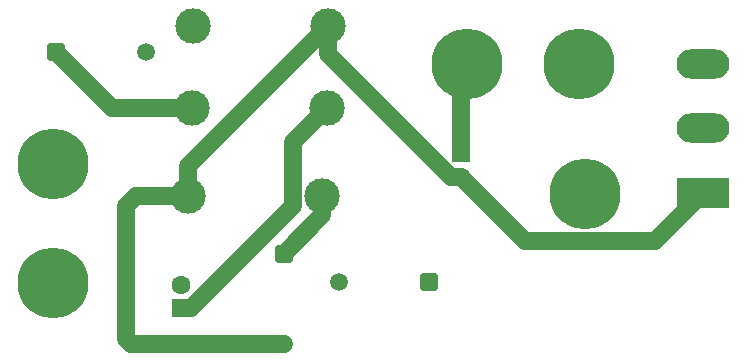
<source format=gbr>
%TF.GenerationSoftware,KiCad,Pcbnew,9.0.4*%
%TF.CreationDate,2025-09-20T20:44:59-07:00*%
%TF.ProjectId,SSTC,53535443-2e6b-4696-9361-645f70636258,rev?*%
%TF.SameCoordinates,Original*%
%TF.FileFunction,Copper,L2,Bot*%
%TF.FilePolarity,Positive*%
%FSLAX46Y46*%
G04 Gerber Fmt 4.6, Leading zero omitted, Abs format (unit mm)*
G04 Created by KiCad (PCBNEW 9.0.4) date 2025-09-20 20:44:59*
%MOMM*%
%LPD*%
G01*
G04 APERTURE LIST*
G04 Aperture macros list*
%AMRoundRect*
0 Rectangle with rounded corners*
0 $1 Rounding radius*
0 $2 $3 $4 $5 $6 $7 $8 $9 X,Y pos of 4 corners*
0 Add a 4 corners polygon primitive as box body*
4,1,4,$2,$3,$4,$5,$6,$7,$8,$9,$2,$3,0*
0 Add four circle primitives for the rounded corners*
1,1,$1+$1,$2,$3*
1,1,$1+$1,$4,$5*
1,1,$1+$1,$6,$7*
1,1,$1+$1,$8,$9*
0 Add four rect primitives between the rounded corners*
20,1,$1+$1,$2,$3,$4,$5,0*
20,1,$1+$1,$4,$5,$6,$7,0*
20,1,$1+$1,$6,$7,$8,$9,0*
20,1,$1+$1,$8,$9,$2,$3,0*%
G04 Aperture macros list end*
%TA.AperFunction,ComponentPad*%
%ADD10C,1.600000*%
%TD*%
%TA.AperFunction,ComponentPad*%
%ADD11RoundRect,0.250000X-0.550000X0.550000X-0.550000X-0.550000X0.550000X-0.550000X0.550000X0.550000X0*%
%TD*%
%TA.AperFunction,ComponentPad*%
%ADD12C,6.000000*%
%TD*%
%TA.AperFunction,ComponentPad*%
%ADD13R,4.500000X2.500000*%
%TD*%
%TA.AperFunction,ComponentPad*%
%ADD14O,4.500000X2.500000*%
%TD*%
%TA.AperFunction,ComponentPad*%
%ADD15C,3.000000*%
%TD*%
%TA.AperFunction,ComponentPad*%
%ADD16RoundRect,0.250001X0.499999X0.499999X-0.499999X0.499999X-0.499999X-0.499999X0.499999X-0.499999X0*%
%TD*%
%TA.AperFunction,ComponentPad*%
%ADD17C,1.500000*%
%TD*%
%TA.AperFunction,ComponentPad*%
%ADD18RoundRect,0.250001X-0.499999X0.499999X-0.499999X-0.499999X0.499999X-0.499999X0.499999X0.499999X0*%
%TD*%
%TA.AperFunction,ComponentPad*%
%ADD19RoundRect,0.250001X-0.499999X-0.499999X0.499999X-0.499999X0.499999X0.499999X-0.499999X0.499999X0*%
%TD*%
%TA.AperFunction,ComponentPad*%
%ADD20RoundRect,0.250000X0.550000X-0.550000X0.550000X0.550000X-0.550000X0.550000X-0.550000X-0.550000X0*%
%TD*%
%TA.AperFunction,Conductor*%
%ADD21C,1.500000*%
%TD*%
G04 APERTURE END LIST*
D10*
%TO.P,C2,2*%
%TO.N,Net-(D2-A2)*%
X-277500000Y-225544888D03*
D11*
%TO.P,C2,1*%
%TO.N,Net-(C2-Pad1)*%
X-277500000Y-223544888D03*
%TD*%
D12*
%TO.P,H2,1,1*%
%TO.N,Net-(C1-Pad1)*%
X-267500000Y-216000000D03*
%TD*%
%TO.P,H3,1,1*%
%TO.N,Net-(D3-A2)*%
X-267000000Y-227000000D03*
%TD*%
%TO.P,H1,1,1*%
%TO.N,Net-(C2-Pad1)*%
X-277000000Y-216000000D03*
%TD*%
D13*
%TO.P,Q1,1,G*%
%TO.N,Net-(D2-A2)*%
X-257000000Y-226900000D03*
D14*
%TO.P,Q1,2,D*%
%TO.N,Net-(D3-A2)*%
X-257000000Y-221450000D03*
%TO.P,Q1,3,S*%
%TO.N,Net-(D2-A1)*%
X-257000000Y-216000000D03*
%TD*%
D15*
%TO.P,R3,1*%
%TO.N,Net-(C1-Pad1)*%
X-300140000Y-212780000D03*
%TO.P,R3,2*%
%TO.N,Net-(D2-A2)*%
X-288740000Y-212780000D03*
%TD*%
%TO.P,R2,1*%
%TO.N,Net-(D2-A2)*%
X-300610000Y-227200000D03*
%TO.P,R2,2*%
%TO.N,Net-(D2-A1)*%
X-289210000Y-227200000D03*
%TD*%
%TO.P,R1,1*%
%TO.N,Net-(D1-K)*%
X-300210000Y-219750000D03*
%TO.P,R1,2*%
%TO.N,Net-(C1-Pad1)*%
X-288810000Y-219750000D03*
%TD*%
D16*
%TO.P,D3,1,A1*%
%TO.N,Net-(D2-A1)*%
X-280205000Y-234440000D03*
D17*
%TO.P,D3,2,A2*%
%TO.N,Net-(D3-A2)*%
X-287825000Y-234440000D03*
%TD*%
D18*
%TO.P,D2,1,A1*%
%TO.N,Net-(D2-A1)*%
X-292470000Y-232045000D03*
D17*
%TO.P,D2,2,A2*%
%TO.N,Net-(D2-A2)*%
X-292470000Y-239665000D03*
%TD*%
D19*
%TO.P,D1,1,K*%
%TO.N,Net-(D1-K)*%
X-311800000Y-215000000D03*
D17*
%TO.P,D1,2,A*%
%TO.N,Net-(D1-A)*%
X-304180000Y-215000000D03*
%TD*%
D12*
%TO.P,H5,1,1*%
%TO.N,Net-(D2-A1)*%
X-312000000Y-234500000D03*
%TD*%
%TO.P,H4,1,1*%
%TO.N,Net-(D1-A)*%
X-312000000Y-224500000D03*
%TD*%
D20*
%TO.P,C1,1*%
%TO.N,Net-(C1-Pad1)*%
X-301140000Y-236675113D03*
D10*
%TO.P,C1,2*%
%TO.N,Net-(D2-A1)*%
X-301140000Y-234675113D03*
%TD*%
D21*
%TO.N,Net-(D2-A2)*%
X-261051000Y-230951000D02*
X-257000000Y-226900000D01*
X-272093888Y-230951000D02*
X-261051000Y-230951000D01*
X-277500000Y-225544888D02*
X-272093888Y-230951000D01*
%TO.N,Net-(C2-Pad1)*%
X-277500000Y-216500000D02*
X-277000000Y-216000000D01*
X-277500000Y-223544888D02*
X-277500000Y-216500000D01*
%TO.N,Net-(D2-A2)*%
X-278305398Y-225544888D02*
X-277500000Y-225544888D01*
X-288740000Y-215110286D02*
X-278305398Y-225544888D01*
X-288740000Y-212780000D02*
X-288740000Y-215110286D01*
X-305830000Y-228060000D02*
X-304970000Y-227200000D01*
X-305415000Y-239665000D02*
X-305830000Y-239250000D01*
X-292470000Y-239665000D02*
X-305415000Y-239665000D01*
X-305830000Y-239250000D02*
X-305830000Y-228060000D01*
X-304970000Y-227200000D02*
X-300610000Y-227200000D01*
%TO.N,Net-(D2-A1)*%
X-289210000Y-228785000D02*
X-292470000Y-232045000D01*
X-289210000Y-227200000D02*
X-289210000Y-228785000D01*
%TO.N,Net-(C1-Pad1)*%
X-300340000Y-236675113D02*
X-301140000Y-236675113D01*
X-291661000Y-227996113D02*
X-300340000Y-236675113D01*
X-291661000Y-222601000D02*
X-291661000Y-227996113D01*
X-288810000Y-219750000D02*
X-291661000Y-222601000D01*
%TO.N,Net-(D2-A2)*%
X-300610000Y-224650000D02*
X-288740000Y-212780000D01*
X-300610000Y-227200000D02*
X-300610000Y-224650000D01*
%TO.N,Net-(D1-K)*%
X-307050000Y-219750000D02*
X-300210000Y-219750000D01*
X-311800000Y-215000000D02*
X-307050000Y-219750000D01*
%TD*%
M02*

</source>
